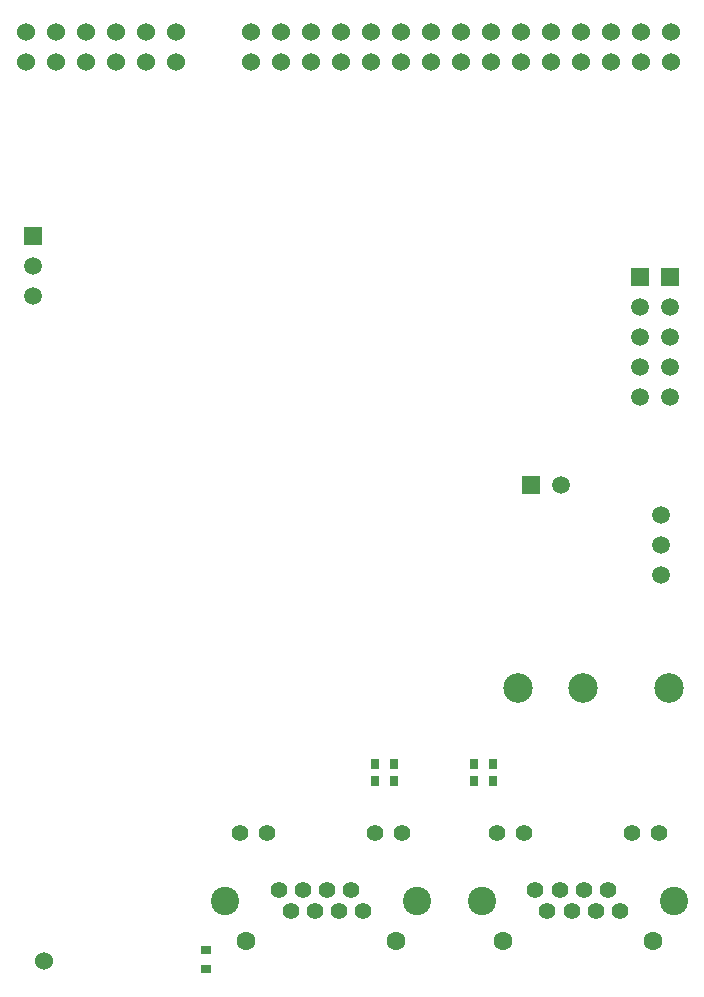
<source format=gbr>
G04*
G04 #@! TF.GenerationSoftware,Altium Limited,Altium Designer,22.4.2 (48)*
G04*
G04 Layer_Color=255*
%FSLAX25Y25*%
%MOIN*%
G70*
G04*
G04 #@! TF.SameCoordinates,486E1BA3-CE48-4A1D-B67F-52F2D9AC8645*
G04*
G04*
G04 #@! TF.FilePolarity,Positive*
G04*
G01*
G75*
%ADD34R,0.03347X0.02756*%
%ADD71C,0.06299*%
%ADD72C,0.09449*%
%ADD73C,0.05512*%
%ADD74C,0.09843*%
%ADD75C,0.05906*%
%ADD76R,0.05906X0.05906*%
%ADD77R,0.05906X0.05906*%
%ADD78C,0.06000*%
%ADD83R,0.02756X0.03347*%
D34*
X169500Y112752D02*
D03*
Y119248D02*
D03*
D71*
X268445Y122000D02*
D03*
X318445D02*
D03*
X232945D02*
D03*
X182945D02*
D03*
D72*
X261457Y135504D02*
D03*
X325433D02*
D03*
X239933D02*
D03*
X175957D02*
D03*
D73*
X266437Y157984D02*
D03*
X275453D02*
D03*
X311437D02*
D03*
X320453D02*
D03*
X279390Y139008D02*
D03*
X283405Y132000D02*
D03*
X287421Y139008D02*
D03*
X291437Y132000D02*
D03*
X295453Y139008D02*
D03*
X299468Y132000D02*
D03*
X303484Y139008D02*
D03*
X307500Y132000D02*
D03*
X222000D02*
D03*
X217984Y139008D02*
D03*
X213968Y132000D02*
D03*
X209953Y139008D02*
D03*
X205937Y132000D02*
D03*
X201921Y139008D02*
D03*
X197906Y132000D02*
D03*
X193890Y139008D02*
D03*
X234953Y157984D02*
D03*
X225937D02*
D03*
X189953D02*
D03*
X180937D02*
D03*
D74*
X295260Y206500D02*
D03*
X273606D02*
D03*
X324000D02*
D03*
D75*
X321285Y264000D02*
D03*
Y254000D02*
D03*
Y244000D02*
D03*
X288000Y274000D02*
D03*
X314356Y303500D02*
D03*
X324356D02*
D03*
X314356Y313500D02*
D03*
X324356D02*
D03*
Y323500D02*
D03*
X314356Y333500D02*
D03*
X324356D02*
D03*
X314356Y323500D02*
D03*
X112000Y347000D02*
D03*
Y337000D02*
D03*
D76*
X278000Y274000D02*
D03*
D77*
X314356Y343500D02*
D03*
X324356D02*
D03*
X112000Y357000D02*
D03*
D78*
X109500Y425000D02*
D03*
X119500D02*
D03*
X129500D02*
D03*
X139500D02*
D03*
X149500D02*
D03*
X159500D02*
D03*
Y415000D02*
D03*
X149500D02*
D03*
X109500D02*
D03*
X119500D02*
D03*
X129500D02*
D03*
X139500D02*
D03*
X234500Y425000D02*
D03*
X244500D02*
D03*
X254500D02*
D03*
X264500D02*
D03*
X274500D02*
D03*
X284500D02*
D03*
X294500D02*
D03*
X304500D02*
D03*
X314500D02*
D03*
X324500D02*
D03*
Y415000D02*
D03*
X314500D02*
D03*
X304500D02*
D03*
X294500D02*
D03*
X284500D02*
D03*
X274500D02*
D03*
X264500D02*
D03*
X254500D02*
D03*
X244500D02*
D03*
X234500D02*
D03*
X224500Y425000D02*
D03*
X214500D02*
D03*
X204500D02*
D03*
X194500D02*
D03*
X184500D02*
D03*
X224500Y415000D02*
D03*
X214500D02*
D03*
X204500D02*
D03*
X194500D02*
D03*
X184500D02*
D03*
X115500Y115417D02*
D03*
D83*
X258752Y181250D02*
D03*
X265248D02*
D03*
X258752Y175500D02*
D03*
X265248D02*
D03*
X232272D02*
D03*
X225776D02*
D03*
X232248Y181250D02*
D03*
X225752D02*
D03*
M02*

</source>
